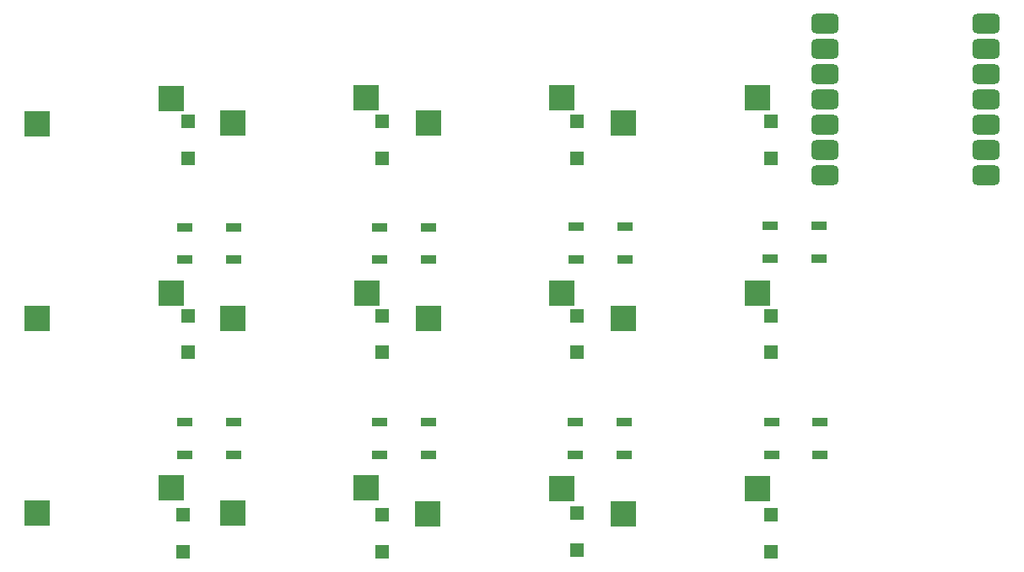
<source format=gbr>
%TF.GenerationSoftware,KiCad,Pcbnew,8.0.5*%
%TF.CreationDate,2024-09-26T23:50:06+10:00*%
%TF.ProjectId,JayPad,4a617950-6164-42e6-9b69-6361645f7063,rev?*%
%TF.SameCoordinates,Original*%
%TF.FileFunction,Paste,Bot*%
%TF.FilePolarity,Positive*%
%FSLAX46Y46*%
G04 Gerber Fmt 4.6, Leading zero omitted, Abs format (unit mm)*
G04 Created by KiCad (PCBNEW 8.0.5) date 2024-09-26 23:50:06*
%MOMM*%
%LPD*%
G01*
G04 APERTURE LIST*
G04 Aperture macros list*
%AMRoundRect*
0 Rectangle with rounded corners*
0 $1 Rounding radius*
0 $2 $3 $4 $5 $6 $7 $8 $9 X,Y pos of 4 corners*
0 Add a 4 corners polygon primitive as box body*
4,1,4,$2,$3,$4,$5,$6,$7,$8,$9,$2,$3,0*
0 Add four circle primitives for the rounded corners*
1,1,$1+$1,$2,$3*
1,1,$1+$1,$4,$5*
1,1,$1+$1,$6,$7*
1,1,$1+$1,$8,$9*
0 Add four rect primitives between the rounded corners*
20,1,$1+$1,$2,$3,$4,$5,0*
20,1,$1+$1,$4,$5,$6,$7,0*
20,1,$1+$1,$6,$7,$8,$9,0*
20,1,$1+$1,$8,$9,$2,$3,0*%
G04 Aperture macros list end*
%ADD10R,2.550000X2.500000*%
%ADD11R,1.400000X1.400000*%
%ADD12RoundRect,0.500000X0.875000X0.500000X-0.875000X0.500000X-0.875000X-0.500000X0.875000X-0.500000X0*%
%ADD13R,1.500000X0.900000*%
G04 APERTURE END LIST*
D10*
%TO.C,S5*%
X99660000Y-91410000D03*
X113085000Y-88870000D03*
%TD*%
%TO.C,S2*%
X119270000Y-71820000D03*
X132695000Y-69280000D03*
%TD*%
%TO.C,S9*%
X99640000Y-111030000D03*
X113065000Y-108490000D03*
%TD*%
%TO.C,S12*%
X158520000Y-111050000D03*
X171945000Y-108510000D03*
%TD*%
%TO.C,S1*%
X99660000Y-71850000D03*
X113085000Y-69310000D03*
%TD*%
%TO.C,S7*%
X138910000Y-91410000D03*
X152335000Y-88870000D03*
%TD*%
%TO.C,S8*%
X158510000Y-91410000D03*
X171935000Y-88870000D03*
%TD*%
%TO.C,S3*%
X138910000Y-71820000D03*
X152335000Y-69280000D03*
%TD*%
%TO.C,S6*%
X119280000Y-91400000D03*
X132705000Y-88860000D03*
%TD*%
%TO.C,S10*%
X119255000Y-111020000D03*
X132680000Y-108480000D03*
%TD*%
%TO.C,S11*%
X138880000Y-111040000D03*
X152305000Y-108500000D03*
%TD*%
%TO.C,S4*%
X158520000Y-71760000D03*
X171945000Y-69220000D03*
%TD*%
D11*
%TO.C,D3*%
X153800000Y-71650000D03*
X153800000Y-75350000D03*
%TD*%
D12*
%TO.C,M1*%
X194882500Y-61785000D03*
X194882500Y-64325000D03*
X194882500Y-66865000D03*
X194882500Y-69405000D03*
X194882500Y-71945000D03*
X194882500Y-74485000D03*
X194882500Y-77025000D03*
X178717500Y-77025000D03*
X178717500Y-74485000D03*
X178717500Y-71945000D03*
X178717500Y-69405000D03*
X178717500Y-66865000D03*
X178717500Y-64325000D03*
X178717500Y-61785000D03*
%TD*%
D11*
%TO.C,D12*%
X173300000Y-111150000D03*
X173300000Y-114850000D03*
%TD*%
D13*
%TO.C,LED6*%
X138950000Y-101850000D03*
X138950000Y-105150000D03*
X134050000Y-105150000D03*
X134050000Y-101850000D03*
%TD*%
D11*
%TO.C,D9*%
X114300000Y-111150000D03*
X114300000Y-114850000D03*
%TD*%
%TO.C,D2*%
X134300000Y-71650000D03*
X134300000Y-75350000D03*
%TD*%
%TO.C,D10*%
X134300000Y-111150000D03*
X134300000Y-114850000D03*
%TD*%
D13*
%TO.C,LED4*%
X178150000Y-82150000D03*
X178150000Y-85450000D03*
X173250000Y-85450000D03*
X173250000Y-82150000D03*
%TD*%
%TO.C,LED5*%
X119350000Y-101850000D03*
X119350000Y-105150000D03*
X114450000Y-105150000D03*
X114450000Y-101850000D03*
%TD*%
D11*
%TO.C,D1*%
X114800000Y-71650000D03*
X114800000Y-75350000D03*
%TD*%
%TO.C,D4*%
X173300000Y-71650000D03*
X173300000Y-75350000D03*
%TD*%
%TO.C,D7*%
X153800000Y-91150000D03*
X153800000Y-94850000D03*
%TD*%
D13*
%TO.C,LED2*%
X138950000Y-82250000D03*
X138950000Y-85550000D03*
X134050000Y-85550000D03*
X134050000Y-82250000D03*
%TD*%
%TO.C,LED7*%
X158550000Y-101850000D03*
X158550000Y-105150000D03*
X153650000Y-105150000D03*
X153650000Y-101850000D03*
%TD*%
D11*
%TO.C,D11*%
X153800000Y-111000000D03*
X153800000Y-114700000D03*
%TD*%
D13*
%TO.C,LED1*%
X119350000Y-82250000D03*
X119350000Y-85550000D03*
X114450000Y-85550000D03*
X114450000Y-82250000D03*
%TD*%
%TO.C,LED8*%
X178250000Y-101850000D03*
X178250000Y-105150000D03*
X173350000Y-105150000D03*
X173350000Y-101850000D03*
%TD*%
%TO.C,LED3*%
X158650000Y-82200000D03*
X158650000Y-85500000D03*
X153750000Y-85500000D03*
X153750000Y-82200000D03*
%TD*%
D11*
%TO.C,D5*%
X114800000Y-91150000D03*
X114800000Y-94850000D03*
%TD*%
%TO.C,D8*%
X173300000Y-91150000D03*
X173300000Y-94850000D03*
%TD*%
%TO.C,D6*%
X134300000Y-91150000D03*
X134300000Y-94850000D03*
%TD*%
M02*

</source>
